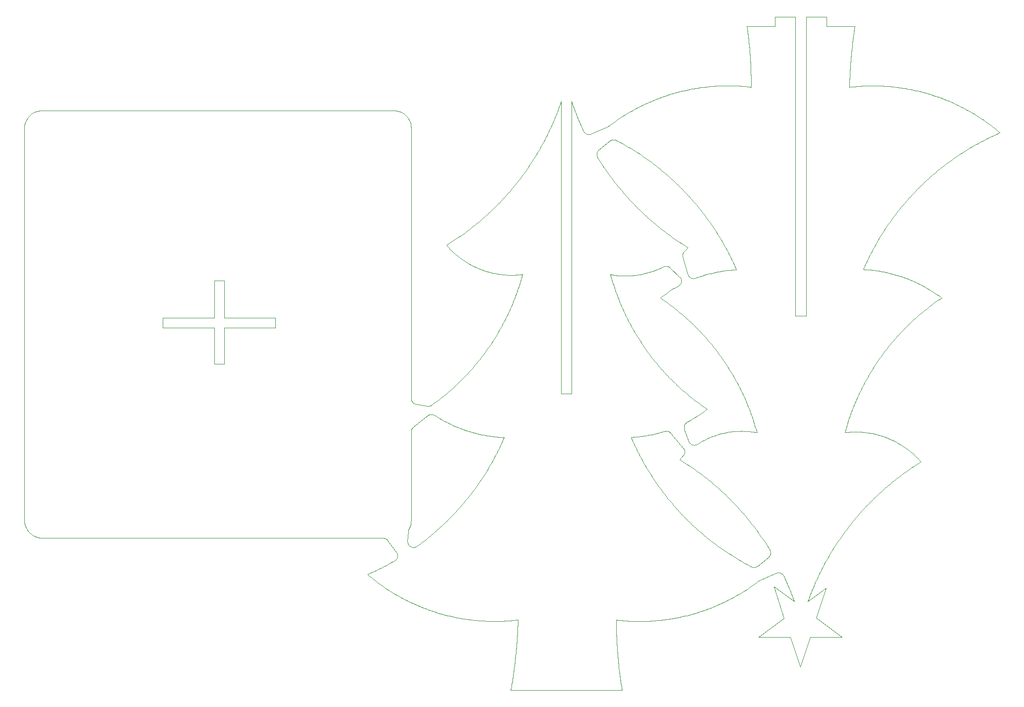
<source format=gko>
%MOIN*%
%OFA0B0*%
%FSLAX36Y36*%
%IPPOS*%
%LPD*%
%ADD10C,0*%
D10*
X002354330Y002437007D02*
X002354330Y002437007D01*
X002011810Y002437007D01*
X002011810Y002192913D01*
X001944881Y002192913D01*
X001944881Y002437007D01*
X001598425Y002437007D01*
X001598425Y002503937D01*
X001944881Y002503937D01*
X001944881Y002751968D01*
X002011810Y002751968D01*
X002011810Y002503937D01*
X002354330Y002503937D01*
X002354330Y002437007D01*
X003305995Y000968237D02*
X003305995Y000968237D01*
X003302256Y000965851D01*
X003298272Y000963901D01*
X003294093Y000962411D01*
X003289774Y000961401D01*
X003285369Y000960884D01*
X003280933Y000960865D01*
X003276523Y000961345D01*
X003272195Y000962318D01*
X003268005Y000963772D01*
X003264004Y000965688D01*
X003260244Y000968042D01*
X003256773Y000970804D01*
X003253635Y000973939D01*
X003250869Y000977407D01*
X003248511Y000981164D01*
X003246591Y000985163D01*
X003245132Y000989352D01*
X003244154Y000993678D01*
X003243669Y000998088D01*
X003243683Y001002523D01*
X003247537Y001067198D01*
X003247599Y001068073D01*
X003247680Y001068946D01*
X003247781Y001069817D01*
X003247901Y001070685D01*
X003248041Y001071551D01*
X003248199Y001072413D01*
X003248377Y001073271D01*
X003248574Y001074126D01*
X003248790Y001074975D01*
X003249025Y001075820D01*
X003249278Y001076659D01*
X003249550Y001077493D01*
X003249841Y001078320D01*
X003250150Y001079140D01*
X003250477Y001079954D01*
X003250822Y001080760D01*
X003251185Y001081558D01*
X003251566Y001082348D01*
X003251964Y001083129D01*
X003252380Y001083901D01*
X003256019Y001090485D01*
X003261088Y001102722D01*
X003264755Y001115449D01*
X003266973Y001128507D01*
X003267716Y001141732D01*
X003267716Y001739038D01*
X003267756Y001740815D01*
X003267876Y001742588D01*
X003268077Y001744355D01*
X003268356Y001746110D01*
X003268715Y001747851D01*
X003269152Y001749574D01*
X003269666Y001751276D01*
X003270257Y001752952D01*
X003270923Y001754600D01*
X003271662Y001756217D01*
X003272473Y001757798D01*
X003273356Y001759342D01*
X003274306Y001760844D01*
X003275324Y001762301D01*
X003276407Y001763711D01*
X003277551Y001765071D01*
X003278757Y001766377D01*
X003280020Y001767628D01*
X003281338Y001768821D01*
X003282708Y001769953D01*
X003379264Y001846091D01*
X003381237Y001847549D01*
X003383296Y001848882D01*
X003385435Y001850084D01*
X003387645Y001851150D01*
X003389916Y001852076D01*
X003392241Y001852860D01*
X003394610Y001853496D01*
X003397014Y001853985D01*
X003399444Y001854322D01*
X003401890Y001854507D01*
X003404343Y001854540D01*
X003406793Y001854420D01*
X003409231Y001854148D01*
X003411648Y001853724D01*
X003414033Y001853150D01*
X003416378Y001852430D01*
X003418673Y001851564D01*
X003420910Y001850557D01*
X003423080Y001849413D01*
X003425175Y001848136D01*
X003428082Y001846236D01*
X003438741Y001839477D01*
X003449490Y001832863D01*
X003460328Y001826395D01*
X003471252Y001820075D01*
X003482261Y001813903D01*
X003493352Y001807881D01*
X003504524Y001802009D01*
X003515775Y001796289D01*
X003527101Y001790722D01*
X003538503Y001785309D01*
X003549976Y001780051D01*
X003561520Y001774949D01*
X003573132Y001770003D01*
X003584809Y001765215D01*
X003596551Y001760586D01*
X003608353Y001756116D01*
X003620216Y001751807D01*
X003632136Y001747658D01*
X003644110Y001743671D01*
X003656138Y001739847D01*
X003668216Y001736186D01*
X003680343Y001732689D01*
X003692517Y001729356D01*
X003704733Y001726189D01*
X003716992Y001723188D01*
X003729290Y001720352D01*
X003741626Y001717684D01*
X003753997Y001715183D01*
X003766400Y001712849D01*
X003778834Y001710683D01*
X003791296Y001708687D01*
X003803784Y001706859D01*
X003816296Y001705200D01*
X003828828Y001703711D01*
X003841380Y001702392D01*
X003853949Y001701243D01*
X003866532Y001700264D01*
X003879127Y001699456D01*
X003891732Y001698819D01*
X003886768Y001687416D01*
X003881723Y001676049D01*
X003876599Y001664718D01*
X003871395Y001653423D01*
X003866111Y001642165D01*
X003860748Y001630945D01*
X003855306Y001619763D01*
X003849785Y001608619D01*
X003844186Y001597515D01*
X003838509Y001586450D01*
X003832754Y001575426D01*
X003826921Y001564443D01*
X003821011Y001553501D01*
X003815024Y001542601D01*
X003808961Y001531743D01*
X003802820Y001520929D01*
X003796604Y001510157D01*
X003790312Y001499431D01*
X003783944Y001488748D01*
X003777501Y001478111D01*
X003770984Y001467520D01*
X003764392Y001456975D01*
X003757726Y001446477D01*
X003750985Y001436025D01*
X003744171Y001425622D01*
X003737285Y001415267D01*
X003730325Y001404961D01*
X003723293Y001394704D01*
X003716188Y001384497D01*
X003709012Y001374340D01*
X003701765Y001364235D01*
X003694445Y001354180D01*
X003687056Y001344177D01*
X003679596Y001334227D01*
X003672066Y001324330D01*
X003664467Y001314486D01*
X003656798Y001304696D01*
X003649061Y001294960D01*
X003641255Y001285279D01*
X003633381Y001275653D01*
X003625439Y001266083D01*
X003617430Y001256569D01*
X003609355Y001247112D01*
X003601212Y001237712D01*
X003593004Y001228370D01*
X003584729Y001219086D01*
X003576390Y001209860D01*
X003567986Y001200693D01*
X003559517Y001191587D01*
X003550985Y001182540D01*
X003542388Y001173553D01*
X003533729Y001164627D01*
X003525007Y001155762D01*
X003516222Y001146960D01*
X003507376Y001138219D01*
X003498468Y001129541D01*
X003489500Y001120926D01*
X003480470Y001112375D01*
X003471381Y001103887D01*
X003462232Y001095464D01*
X003453024Y001087105D01*
X003443757Y001078811D01*
X003434432Y001070583D01*
X003425049Y001062422D01*
X003415609Y001054326D01*
X003406112Y001046297D01*
X003396558Y001038335D01*
X003386949Y001030441D01*
X003377285Y001022615D01*
X003367565Y001014857D01*
X003357790Y001007168D01*
X003347963Y000999548D01*
X003338081Y000991998D01*
X003328146Y000984517D01*
X003318159Y000977107D01*
X003308120Y000969767D01*
X003305995Y000968237D01*
X004598147Y003795483D02*
X004598147Y003795483D01*
X004597790Y003795216D01*
X004597429Y003794954D01*
X004597066Y003794695D01*
X004596699Y003794441D01*
X004596330Y003794191D01*
X004595958Y003793945D01*
X004595583Y003793704D01*
X004595205Y003793466D01*
X004594825Y003793233D01*
X004594442Y003793005D01*
X004594057Y003792780D01*
X004593669Y003792560D01*
X004593279Y003792345D01*
X004592886Y003792134D01*
X004592491Y003791927D01*
X004592093Y003791725D01*
X004591694Y003791527D01*
X004591292Y003791334D01*
X004590887Y003791145D01*
X004590481Y003790961D01*
X004476654Y003740182D01*
X004473821Y003739048D01*
X004470910Y003738136D01*
X004467936Y003737453D01*
X004464919Y003737002D01*
X004461875Y003736787D01*
X004458825Y003736807D01*
X004455784Y003737064D01*
X004452773Y003737555D01*
X004449809Y003738278D01*
X004446910Y003739228D01*
X004444093Y003740400D01*
X004441376Y003741787D01*
X004438774Y003743380D01*
X004436303Y003745169D01*
X004433978Y003747145D01*
X004431813Y003749294D01*
X004429821Y003751605D01*
X004428014Y003754063D01*
X004426402Y003756654D01*
X004424996Y003759362D01*
X004422789Y003764049D01*
X004417559Y003775351D01*
X004412406Y003786689D01*
X004407330Y003798062D01*
X004402331Y003809469D01*
X004397410Y003820909D01*
X004392567Y003832383D01*
X004387801Y003843889D01*
X004383114Y003855428D01*
X004378506Y003866998D01*
X004373976Y003878599D01*
X004369525Y003890230D01*
X004365153Y003901892D01*
X004360861Y003913583D01*
X004356648Y003925302D01*
X004352514Y003937051D01*
X004348461Y003948826D01*
X004344488Y003960628D01*
X004344488Y003960629D01*
X004344487Y003960629D01*
X004344488Y003960628D01*
X004346456Y001992125D01*
X004275590Y001992125D01*
X004275590Y003960629D01*
X004275590Y003960630D01*
X004271598Y003948901D01*
X004267525Y003937201D01*
X004263373Y003925528D01*
X004259141Y003913885D01*
X004254830Y003902270D01*
X004250440Y003890685D01*
X004245971Y003879129D01*
X004241423Y003867605D01*
X004236796Y003856113D01*
X004232091Y003844652D01*
X004227309Y003833223D01*
X004222448Y003821827D01*
X004217510Y003810465D01*
X004212493Y003799137D01*
X004207401Y003787843D01*
X004202230Y003776584D01*
X004196983Y003765361D01*
X004191660Y003754174D01*
X004186261Y003743024D01*
X004180786Y003731910D01*
X004175234Y003720834D01*
X004169608Y003709797D01*
X004163906Y003698798D01*
X004158129Y003687838D01*
X004152278Y003676918D01*
X004146353Y003666038D01*
X004140352Y003655198D01*
X004134279Y003644400D01*
X004128132Y003633644D01*
X004121911Y003622930D01*
X004115618Y003612258D01*
X004109251Y003601630D01*
X004102813Y003591045D01*
X004096303Y003580505D01*
X004089720Y003570009D01*
X004083066Y003559559D01*
X004076341Y003549154D01*
X004069545Y003538795D01*
X004062679Y003528483D01*
X004055742Y003518218D01*
X004048735Y003508000D01*
X004041659Y003497831D01*
X004034513Y003487710D01*
X004027299Y003477638D01*
X004020016Y003467616D01*
X004012665Y003457643D01*
X004005247Y003447721D01*
X003997760Y003437850D01*
X003990206Y003428030D01*
X003982585Y003418262D01*
X003974898Y003408546D01*
X003967145Y003398883D01*
X003959326Y003389273D01*
X003951442Y003379716D01*
X003943492Y003370214D01*
X003935478Y003360766D01*
X003927400Y003351373D01*
X003919258Y003342035D01*
X003911052Y003332753D01*
X003902783Y003323528D01*
X003894452Y003314359D01*
X003886057Y003305247D01*
X003877601Y003296192D01*
X003869084Y003287196D01*
X003860505Y003278258D01*
X003851865Y003269378D01*
X003843165Y003260558D01*
X003834405Y003251797D01*
X003825585Y003243096D01*
X003816707Y003234456D01*
X003807769Y003225877D01*
X003798773Y003217358D01*
X003789719Y003208902D01*
X003780608Y003200507D01*
X003771439Y003192174D01*
X003762214Y003183905D01*
X003752933Y003175698D01*
X003743596Y003167555D01*
X003734203Y003159476D01*
X003724756Y003151462D01*
X003715254Y003143512D01*
X003705698Y003135627D01*
X003696089Y003127807D01*
X003686426Y003120053D01*
X003676711Y003112365D01*
X003666943Y003104744D01*
X003657124Y003097190D01*
X003647253Y003089702D01*
X003637332Y003082283D01*
X003627360Y003074931D01*
X003617338Y003067647D01*
X003607267Y003060432D01*
X003597146Y003053286D01*
X003586977Y003046209D01*
X003576761Y003039202D01*
X003566496Y003032265D01*
X003556185Y003025397D01*
X003545826Y003018601D01*
X003535422Y003011875D01*
X003524971Y003005220D01*
X003514476Y002998637D01*
X003503937Y002992126D01*
X003512161Y002982831D01*
X003520582Y002973713D01*
X003529194Y002964777D01*
X003537995Y002956026D01*
X003546981Y002947464D01*
X003556146Y002939096D01*
X003565489Y002930925D01*
X003575002Y002922954D01*
X003584684Y002915188D01*
X003594529Y002907631D01*
X003604532Y002900284D01*
X003614690Y002893153D01*
X003624997Y002886239D01*
X003635449Y002879546D01*
X003646041Y002873077D01*
X003656769Y002866836D01*
X003667628Y002860825D01*
X003678611Y002855046D01*
X003689716Y002849502D01*
X003700935Y002844196D01*
X003712266Y002839131D01*
X003723702Y002834307D01*
X003735237Y002829729D01*
X003746868Y002825397D01*
X003758589Y002821314D01*
X003770393Y002817482D01*
X003782277Y002813901D01*
X003794234Y002810575D01*
X003806260Y002807504D01*
X003818347Y002804690D01*
X003830493Y002802134D01*
X003842690Y002799838D01*
X003854933Y002797802D01*
X003867216Y002796027D01*
X003879535Y002794513D01*
X003891883Y002793263D01*
X003904256Y002792276D01*
X003916645Y002791553D01*
X003929048Y002791094D01*
X003941458Y002790899D01*
X003953869Y002790968D01*
X003966276Y002791302D01*
X003978673Y002791900D01*
X003991054Y002792762D01*
X004003414Y002793887D01*
X004015748Y002795275D01*
X004012458Y002783346D01*
X004009076Y002771442D01*
X004005602Y002759565D01*
X004002036Y002747715D01*
X003998378Y002735894D01*
X003994629Y002724101D01*
X003990787Y002712337D01*
X003986855Y002700604D01*
X003982832Y002688902D01*
X003978717Y002677231D01*
X003974513Y002665592D01*
X003970219Y002653987D01*
X003965834Y002642415D01*
X003961359Y002630878D01*
X003956795Y002619375D01*
X003952142Y002607909D01*
X003947400Y002596479D01*
X003942570Y002585086D01*
X003937651Y002573731D01*
X003932644Y002562415D01*
X003927549Y002551137D01*
X003922367Y002539900D01*
X003917098Y002528703D01*
X003911742Y002517547D01*
X003906299Y002506434D01*
X003900771Y002495362D01*
X003895157Y002484335D01*
X003889458Y002473351D01*
X003883672Y002462412D01*
X003877803Y002451518D01*
X003871849Y002440669D01*
X003865811Y002429868D01*
X003859689Y002419113D01*
X003853484Y002408407D01*
X003847196Y002397749D01*
X003840825Y002387140D01*
X003834373Y002376581D01*
X003827839Y002366072D01*
X003821222Y002355614D01*
X003814526Y002345208D01*
X003807748Y002334855D01*
X003800891Y002324554D01*
X003793953Y002314307D01*
X003786936Y002304114D01*
X003779840Y002293976D01*
X003772666Y002283893D01*
X003765414Y002273866D01*
X003758084Y002263896D01*
X003750677Y002253982D01*
X003743193Y002244127D01*
X003735633Y002234330D01*
X003727997Y002224593D01*
X003720286Y002214915D01*
X003712500Y002205297D01*
X003704639Y002195739D01*
X003696704Y002186243D01*
X003688696Y002176809D01*
X003680615Y002167438D01*
X003672461Y002158129D01*
X003664235Y002148884D01*
X003655938Y002139703D01*
X003647570Y002130587D01*
X003639131Y002121536D01*
X003630622Y002112551D01*
X003622044Y002103632D01*
X003613397Y002094780D01*
X003604681Y002085996D01*
X003595897Y002077279D01*
X003587046Y002068631D01*
X003578128Y002060051D01*
X003569144Y002051542D01*
X003560094Y002043102D01*
X003550978Y002034733D01*
X003541798Y002026435D01*
X003532554Y002018209D01*
X003523246Y002010054D01*
X003513875Y002001972D01*
X003504442Y001993963D01*
X003494947Y001986027D01*
X003485390Y001978166D01*
X003475773Y001970379D01*
X003466095Y001962666D01*
X003456358Y001955029D01*
X003446562Y001947469D01*
X003436707Y001939984D01*
X003426795Y001932576D01*
X003416826Y001925245D01*
X003406800Y001917992D01*
X003404879Y001916625D01*
X003403593Y001915747D01*
X003402273Y001914921D01*
X003400922Y001914148D01*
X003399541Y001913429D01*
X003398133Y001912765D01*
X003396700Y001912158D01*
X003395244Y001911607D01*
X003393767Y001911115D01*
X003392272Y001910681D01*
X003390761Y001910306D01*
X003389237Y001909992D01*
X003387701Y001909738D01*
X003386156Y001909545D01*
X003384605Y001909414D01*
X003383050Y001909343D01*
X003381493Y001909335D01*
X003379937Y001909387D01*
X003378385Y001909502D01*
X003376838Y001909677D01*
X003375299Y001909914D01*
X003300335Y001922962D01*
X003297642Y001923528D01*
X003294994Y001924281D01*
X003292406Y001925218D01*
X003289890Y001926333D01*
X003287457Y001927621D01*
X003285121Y001929075D01*
X003282892Y001930690D01*
X003280781Y001932456D01*
X003278799Y001934366D01*
X003276955Y001936409D01*
X003275258Y001938576D01*
X003273717Y001940856D01*
X003272339Y001943239D01*
X003271130Y001945712D01*
X003270098Y001948263D01*
X003269246Y001950880D01*
X003268579Y001953550D01*
X003268100Y001956261D01*
X003267812Y001958998D01*
X003267716Y001961749D01*
X003267716Y003779527D01*
X003266973Y003792751D01*
X003264755Y003805809D01*
X003261088Y003818537D01*
X003256019Y003830773D01*
X003249612Y003842365D01*
X003241948Y003853167D01*
X003233122Y003863044D01*
X003223246Y003871869D01*
X003212444Y003879533D01*
X003200852Y003885940D01*
X003188615Y003891009D01*
X003175888Y003894676D01*
X003162830Y003896894D01*
X003149606Y003897637D01*
X000787401Y003897637D01*
X000774177Y003896894D01*
X000761119Y003894676D01*
X000748392Y003891009D01*
X000736155Y003885940D01*
X000724562Y003879533D01*
X000713761Y003871869D01*
X000703884Y003863044D01*
X000695059Y003853167D01*
X000687394Y003842365D01*
X000680987Y003830773D01*
X000675919Y003818537D01*
X000672252Y003805809D01*
X000670033Y003792751D01*
X000669291Y003779527D01*
X000669291Y001141732D01*
X000670033Y001128507D01*
X000672252Y001115449D01*
X000675919Y001102722D01*
X000680987Y001090485D01*
X000687394Y001078893D01*
X000695059Y001068091D01*
X000703884Y001058215D01*
X000713761Y001049389D01*
X000724562Y001041725D01*
X000736155Y001035318D01*
X000748392Y001030250D01*
X000761119Y001026583D01*
X000774177Y001024364D01*
X000787401Y001023622D01*
X003077620Y001023622D01*
X003079460Y001023579D01*
X003081296Y001023450D01*
X003083124Y001023235D01*
X003084940Y001022935D01*
X003086740Y001022551D01*
X003088520Y001022083D01*
X003090276Y001021532D01*
X003092005Y001020900D01*
X003093702Y001020187D01*
X003095364Y001019397D01*
X003096987Y001018529D01*
X003098568Y001017586D01*
X003100103Y001016571D01*
X003101589Y001015485D01*
X003103022Y001014330D01*
X003104400Y001013110D01*
X003105720Y001011827D01*
X003106978Y001010484D01*
X003108172Y001009083D01*
X003109299Y001007628D01*
X003167840Y000928297D01*
X003169691Y000925556D01*
X003171305Y000922668D01*
X003172670Y000919655D01*
X003173778Y000916538D01*
X003174621Y000913339D01*
X003175192Y000910081D01*
X003175487Y000906786D01*
X003175505Y000903478D01*
X003175245Y000900180D01*
X003174709Y000896915D01*
X003173901Y000893708D01*
X003172826Y000890579D01*
X003171493Y000887552D01*
X003169910Y000884647D01*
X003168089Y000881885D01*
X003166042Y000879286D01*
X003163785Y000876868D01*
X003161332Y000874648D01*
X003158702Y000872642D01*
X003155912Y000870863D01*
X003155912Y000870863D01*
X003151637Y000868384D01*
X003140836Y000862221D01*
X003129991Y000856135D01*
X003119103Y000850126D01*
X003108173Y000844192D01*
X003097202Y000838337D01*
X003086190Y000832559D01*
X003075137Y000826858D01*
X003064045Y000821236D01*
X003052913Y000815692D01*
X003041742Y000810227D01*
X003030533Y000804841D01*
X003019286Y000799533D01*
X003008002Y000794306D01*
X002996682Y000789158D01*
X002985325Y000784090D01*
X002973933Y000779102D01*
X002983471Y000771016D01*
X002993086Y000763022D01*
X003002777Y000755120D01*
X003012542Y000747310D01*
X003022381Y000739595D01*
X003032293Y000731973D01*
X003042278Y000724445D01*
X003052334Y000717014D01*
X003062460Y000709678D01*
X003072655Y000702439D01*
X003082919Y000695297D01*
X003093251Y000688255D01*
X003103649Y000681310D01*
X003114113Y000674465D01*
X003124641Y000667720D01*
X003135234Y000661075D01*
X003145889Y000654532D01*
X003156606Y000648090D01*
X003167384Y000641751D01*
X003178222Y000635515D01*
X003189118Y000629382D01*
X003200073Y000623353D01*
X003211085Y000617429D01*
X003222152Y000611611D01*
X003233275Y000605897D01*
X003244451Y000600290D01*
X003255681Y000594790D01*
X003266962Y000589398D01*
X003278294Y000584112D01*
X003289675Y000578935D01*
X003301106Y000573867D01*
X003312585Y000568907D01*
X003324110Y000564058D01*
X003335681Y000559318D01*
X003347296Y000554689D01*
X003358955Y000550170D01*
X003370657Y000545763D01*
X003382400Y000541468D01*
X003394183Y000537285D01*
X003406006Y000533214D01*
X003417867Y000529256D01*
X003429765Y000525411D01*
X003441699Y000521679D01*
X003453668Y000518062D01*
X003465671Y000514558D01*
X003477707Y000511170D01*
X003489775Y000507896D01*
X003501874Y000504737D01*
X003514002Y000501693D01*
X003526158Y000498765D01*
X003538342Y000495953D01*
X003550552Y000493257D01*
X003562786Y000490678D01*
X003575045Y000488215D01*
X003587328Y000485870D01*
X003599631Y000483641D01*
X003611956Y000481530D01*
X003624300Y000479536D01*
X003636662Y000477660D01*
X003649042Y000475902D01*
X003661438Y000474261D01*
X003673848Y000472739D01*
X003686274Y000471335D01*
X003698711Y000470050D01*
X003711160Y000468883D01*
X003723620Y000467835D01*
X003736090Y000466906D01*
X003748568Y000466095D01*
X003761052Y000465403D01*
X003773543Y000464830D01*
X003786039Y000464376D01*
X003798538Y000464042D01*
X003811040Y000463826D01*
X003823544Y000463729D01*
X003836048Y000463752D01*
X003848551Y000463894D01*
X003861052Y000464155D01*
X003873551Y000464535D01*
X003886044Y000465034D01*
X003898534Y000465652D01*
X003911015Y000466389D01*
X003923490Y000467244D01*
X003935956Y000468219D01*
X003948412Y000469312D01*
X003960857Y000470524D01*
X003973290Y000471855D01*
X003985710Y000473303D01*
X003985257Y000460781D01*
X003984760Y000448260D01*
X003984217Y000435741D01*
X003983630Y000423224D01*
X003982997Y000410709D01*
X003982319Y000398196D01*
X003981597Y000385686D01*
X003980830Y000373179D01*
X003980018Y000360674D01*
X003979161Y000348173D01*
X003978260Y000335675D01*
X003977312Y000323179D01*
X003976321Y000310688D01*
X003975285Y000298200D01*
X003974203Y000285716D01*
X003973078Y000273236D01*
X003971907Y000260760D01*
X003970691Y000248288D01*
X003969431Y000235821D01*
X003968126Y000223358D01*
X003966776Y000210900D01*
X003965382Y000198447D01*
X003963943Y000186000D01*
X003962459Y000173557D01*
X003960931Y000161120D01*
X003959357Y000148688D01*
X003957740Y000136262D01*
X003956077Y000123842D01*
X003954371Y000111427D01*
X003952619Y000099019D01*
X003950823Y000086618D01*
X003948983Y000074223D01*
X003947098Y000061835D01*
X003945169Y000049454D01*
X003943195Y000037080D01*
X003941177Y000024712D01*
X003939114Y000012353D01*
X003937007Y000000000D01*
X004685039Y000000000D01*
X004682945Y000012315D01*
X004680908Y000024639D01*
X004678927Y000036973D01*
X004677003Y000049315D01*
X004675137Y000061667D01*
X004673327Y000074027D01*
X004671574Y000086395D01*
X004669879Y000098771D01*
X004668240Y000111155D01*
X004666659Y000123546D01*
X004665135Y000135944D01*
X004663668Y000148350D01*
X004662258Y000160762D01*
X004660905Y000173180D01*
X004659610Y000185604D01*
X004658371Y000198035D01*
X004657191Y000210470D01*
X004656067Y000222911D01*
X004655001Y000235357D01*
X004653993Y000247809D01*
X004653041Y000260264D01*
X004652148Y000272724D01*
X004651311Y000285187D01*
X004650532Y000297655D01*
X004649811Y000310125D01*
X004649146Y000322599D01*
X004648540Y000335077D01*
X004647992Y000347556D01*
X004647500Y000360038D01*
X004647067Y000372522D01*
X004646690Y000385008D01*
X004646372Y000397496D01*
X004646110Y000409985D01*
X004645907Y000422475D01*
X004645761Y000434966D01*
X004645673Y000447457D01*
X004645642Y000459949D01*
X004645669Y000472440D01*
X004645669Y000472441D01*
X004658094Y000471021D01*
X004670533Y000469718D01*
X004682984Y000468534D01*
X004695445Y000467468D01*
X004707916Y000466521D01*
X004720395Y000465692D01*
X004732882Y000464982D01*
X004745374Y000464390D01*
X004757872Y000463917D01*
X004770374Y000463562D01*
X004782878Y000463327D01*
X004795385Y000463210D01*
X004807891Y000463212D01*
X004820398Y000463334D01*
X004832902Y000463574D01*
X004845403Y000463932D01*
X004857901Y000464409D01*
X004870394Y000465005D01*
X004882880Y000465720D01*
X004895359Y000466553D01*
X004907829Y000467505D01*
X004920290Y000468575D01*
X004932741Y000469763D01*
X004945178Y000471070D01*
X004957604Y000472495D01*
X004970015Y000474038D01*
X004982411Y000475698D01*
X004994791Y000477476D01*
X005007153Y000479372D01*
X005019497Y000481385D01*
X005031821Y000483516D01*
X005044124Y000485763D01*
X005056405Y000488127D01*
X005068663Y000490608D01*
X005080898Y000493205D01*
X005093106Y000495918D01*
X005105289Y000498747D01*
X005117444Y000501691D01*
X005129571Y000504751D01*
X005141668Y000507926D01*
X005153735Y000511216D01*
X005165769Y000514620D01*
X005177770Y000518138D01*
X005189738Y000521770D01*
X005201671Y000525516D01*
X005213567Y000529375D01*
X005225426Y000533347D01*
X005237248Y000537431D01*
X005249030Y000541627D01*
X005260771Y000545935D01*
X005272471Y000550355D01*
X005284128Y000554885D01*
X005295742Y000559526D01*
X005307311Y000564277D01*
X005318834Y000569138D01*
X005330311Y000574108D01*
X005341741Y000579187D01*
X005353121Y000584374D01*
X005364451Y000589669D01*
X005375732Y000595071D01*
X005386959Y000600581D01*
X005398134Y000606196D01*
X005409255Y000611918D01*
X005420322Y000617745D01*
X005431332Y000623677D01*
X005442286Y000629713D01*
X005453182Y000635853D01*
X005464019Y000642096D01*
X005474797Y000648442D01*
X005485513Y000654890D01*
X005496167Y000661440D01*
X005506760Y000668090D01*
X005517287Y000674841D01*
X005527752Y000681691D01*
X005538149Y000688640D01*
X005548481Y000695689D01*
X005558746Y000702835D01*
X005568941Y000710077D01*
X005579068Y000717417D01*
X005589125Y000724852D01*
X005598702Y000732075D01*
X005599065Y000732346D01*
X005599430Y000732611D01*
X005599799Y000732873D01*
X005600170Y000733131D01*
X005600545Y000733384D01*
X005600922Y000733633D01*
X005601303Y000733877D01*
X005601686Y000734117D01*
X005602071Y000734353D01*
X005602460Y000734584D01*
X005602851Y000734811D01*
X005603244Y000735033D01*
X005603640Y000735251D01*
X005604039Y000735464D01*
X005604440Y000735673D01*
X005604844Y000735877D01*
X005605249Y000736076D01*
X005605657Y000736271D01*
X005606067Y000736461D01*
X005606480Y000736646D01*
X005719832Y000786792D01*
X005722668Y000787918D01*
X005725582Y000788820D01*
X005728557Y000789494D01*
X005731576Y000789935D01*
X005734619Y000790142D01*
X005737670Y000790112D01*
X005740709Y000789846D01*
X005743718Y000789345D01*
X005746680Y000788614D01*
X005749576Y000787654D01*
X005752389Y000786474D01*
X005755102Y000785079D01*
X005757699Y000783479D01*
X005760164Y000781682D01*
X005762483Y000779700D01*
X005764641Y000777544D01*
X005766626Y000775227D01*
X005768426Y000772764D01*
X005770030Y000770169D01*
X005771427Y000767457D01*
X005771427Y000767457D01*
X005774750Y000760347D01*
X005779960Y000748997D01*
X005785093Y000737611D01*
X005790148Y000726191D01*
X005795125Y000714736D01*
X005800023Y000703248D01*
X005804844Y000691726D01*
X005809585Y000680172D01*
X005814247Y000668586D01*
X005818830Y000656968D01*
X005823334Y000645319D01*
X005827758Y000633640D01*
X005832103Y000621931D01*
X005836367Y000610192D01*
X005840551Y000598425D01*
X005706692Y000696850D01*
X005773621Y000484251D01*
X005602362Y000358267D01*
X005814960Y000356299D01*
X005881889Y000155511D01*
X005948819Y000356299D01*
X006161417Y000356299D01*
X005990157Y000486220D01*
X006055118Y000687007D01*
X005933070Y000598425D01*
X005937276Y000610114D01*
X005941561Y000621774D01*
X005945927Y000633405D01*
X005950372Y000645005D01*
X005954896Y000656574D01*
X005959500Y000668113D01*
X005964183Y000679619D01*
X005968944Y000691093D01*
X005973784Y000702535D01*
X005978702Y000713942D01*
X005983699Y000725316D01*
X005988773Y000736655D01*
X005993926Y000747959D01*
X005999155Y000759227D01*
X006004462Y000770460D01*
X006009845Y000781655D01*
X006015305Y000792814D01*
X006020842Y000803935D01*
X006026454Y000815018D01*
X006032143Y000826061D01*
X006037907Y000837066D01*
X006043746Y000848031D01*
X006049661Y000858955D01*
X006055651Y000869839D01*
X006061714Y000880681D01*
X006067852Y000891482D01*
X006074064Y000902240D01*
X006080349Y000912955D01*
X006086708Y000923628D01*
X006093140Y000934255D01*
X006099645Y000944839D01*
X006106221Y000955378D01*
X006112871Y000965872D01*
X006119592Y000976319D01*
X006126384Y000986721D01*
X006133248Y000997075D01*
X006140182Y001007383D01*
X006147187Y001017642D01*
X006154263Y001027853D01*
X006161407Y001038016D01*
X006168622Y001048129D01*
X006175905Y001058192D01*
X006183258Y001068205D01*
X006190679Y001078168D01*
X006198168Y001088079D01*
X006205726Y001097939D01*
X006213350Y001107747D01*
X006221041Y001117503D01*
X006228799Y001127205D01*
X006236624Y001136854D01*
X006244515Y001146449D01*
X006252471Y001155990D01*
X006260492Y001165476D01*
X006268578Y001174907D01*
X006276729Y001184281D01*
X006284944Y001193600D01*
X006293222Y001202863D01*
X006301565Y001212068D01*
X006309969Y001221216D01*
X006318436Y001230306D01*
X006326966Y001239338D01*
X006335557Y001248311D01*
X006344210Y001257225D01*
X006352923Y001266080D01*
X006361697Y001274874D01*
X006370531Y001283608D01*
X006379425Y001292282D01*
X006388378Y001300894D01*
X006397390Y001309444D01*
X006406460Y001317933D01*
X006415589Y001326359D01*
X006424774Y001334722D01*
X006434017Y001343023D01*
X006443317Y001351259D01*
X006452673Y001359432D01*
X006462085Y001367540D01*
X006471552Y001375584D01*
X006481074Y001383562D01*
X006490651Y001391475D01*
X006500281Y001399322D01*
X006509965Y001407103D01*
X006519703Y001414817D01*
X006529493Y001422465D01*
X006539335Y001430045D01*
X006549229Y001437557D01*
X006559174Y001445001D01*
X006569170Y001452377D01*
X006579216Y001459685D01*
X006589313Y001466923D01*
X006599459Y001474091D01*
X006609653Y001481190D01*
X006619896Y001488219D01*
X006630187Y001495178D01*
X006640525Y001502066D01*
X006650911Y001508882D01*
X006661343Y001515628D01*
X006671821Y001522301D01*
X006682344Y001528903D01*
X006692913Y001535432D01*
X006692913Y001535432D01*
X006684688Y001544727D01*
X006676268Y001553845D01*
X006667655Y001562781D01*
X006658854Y001571533D01*
X006649869Y001580094D01*
X006640703Y001588462D01*
X006631361Y001596633D01*
X006621847Y001604604D01*
X006612166Y001612370D01*
X006602321Y001619928D01*
X006592318Y001627274D01*
X006582160Y001634405D01*
X006571853Y001641319D01*
X006561400Y001648012D01*
X006550808Y001654481D01*
X006540080Y001660722D01*
X006529222Y001666733D01*
X006518238Y001672512D01*
X006507134Y001678056D01*
X006495914Y001683362D01*
X006484583Y001688427D01*
X006473148Y001693251D01*
X006461612Y001697829D01*
X006449981Y001702161D01*
X006438261Y001706244D01*
X006426456Y001710076D01*
X006414572Y001713657D01*
X006402615Y001716983D01*
X006390590Y001720054D01*
X006378502Y001722868D01*
X006366356Y001725424D01*
X006354160Y001727720D01*
X006341916Y001729757D01*
X006329633Y001731531D01*
X006317314Y001733045D01*
X006304966Y001734295D01*
X006292594Y001735282D01*
X006280204Y001736005D01*
X006267801Y001736464D01*
X006255392Y001736659D01*
X006242980Y001736590D01*
X006230573Y001736256D01*
X006218177Y001735658D01*
X006205795Y001734796D01*
X006193435Y001733671D01*
X006181102Y001732283D01*
X006184392Y001744212D01*
X006187773Y001756116D01*
X006191247Y001767993D01*
X006194813Y001779843D01*
X006198471Y001791664D01*
X006202221Y001803457D01*
X006206062Y001815221D01*
X006209994Y001826954D01*
X006214018Y001838656D01*
X006218132Y001850327D01*
X006222336Y001861966D01*
X006226631Y001873571D01*
X006231016Y001885143D01*
X006235490Y001896680D01*
X006240054Y001908183D01*
X006244708Y001919649D01*
X006249449Y001931079D01*
X006254280Y001942472D01*
X006259199Y001953827D01*
X006264206Y001965143D01*
X006269300Y001976421D01*
X006274483Y001987658D01*
X006279752Y001998855D01*
X006285107Y002010011D01*
X006290550Y002021124D01*
X006296078Y002032196D01*
X006301693Y002043223D01*
X006307392Y002054207D01*
X006313177Y002065146D01*
X006319047Y002076040D01*
X006325001Y002086889D01*
X006331039Y002097690D01*
X006337160Y002108445D01*
X006343365Y002119152D01*
X006349654Y002129809D01*
X006356024Y002140418D01*
X006362477Y002150978D01*
X006369011Y002161486D01*
X006375627Y002171944D01*
X006382324Y002182350D01*
X006389101Y002192703D01*
X006395959Y002203004D01*
X006402896Y002213251D01*
X006409913Y002223444D01*
X006417009Y002233583D01*
X006424183Y002243665D01*
X006431435Y002253692D01*
X006438765Y002263662D01*
X006446172Y002273576D01*
X006453656Y002283431D01*
X006461216Y002293228D01*
X006468852Y002302965D01*
X006476564Y002312643D01*
X006484350Y002322261D01*
X006492211Y002331819D01*
X006500145Y002341315D01*
X006508154Y002350749D01*
X006516234Y002360120D01*
X006524389Y002369429D01*
X006532614Y002378674D01*
X006540911Y002387855D01*
X006549279Y002396971D01*
X006557719Y002406022D01*
X006566227Y002415007D01*
X006574805Y002423926D01*
X006583453Y002432778D01*
X006592169Y002441563D01*
X006600952Y002450279D01*
X006609804Y002458928D01*
X006618721Y002467507D01*
X006627706Y002476016D01*
X006636756Y002484456D01*
X006645871Y002492825D01*
X006655051Y002501123D01*
X006664295Y002509349D01*
X006673603Y002517504D01*
X006682974Y002525586D01*
X006692408Y002533595D01*
X006701903Y002541531D01*
X006711459Y002549392D01*
X006721077Y002557179D01*
X006730754Y002564892D01*
X006740491Y002572529D01*
X006750287Y002580090D01*
X006760142Y002587574D01*
X006770054Y002594982D01*
X006780023Y002602313D01*
X006790050Y002609566D01*
X006800132Y002616742D01*
X006810269Y002623838D01*
X006820462Y002630856D01*
X006830708Y002637795D01*
X006820634Y002645397D01*
X006810457Y002652861D01*
X006800180Y002660187D01*
X006789805Y002667374D01*
X006779333Y002674419D01*
X006768767Y002681322D01*
X006758108Y002688081D01*
X006747359Y002694695D01*
X006736521Y002701163D01*
X006725598Y002707483D01*
X006714588Y002713655D01*
X006703497Y002719677D01*
X006692325Y002725549D01*
X006681075Y002731269D01*
X006669748Y002736836D01*
X006658347Y002742249D01*
X006646873Y002747507D01*
X006635329Y002752609D01*
X006623718Y002757555D01*
X006612040Y002762343D01*
X006600299Y002766972D01*
X006588496Y002771442D01*
X006576633Y002775751D01*
X006564714Y002779900D01*
X006552739Y002783887D01*
X006540711Y002787711D01*
X006528633Y002791372D01*
X006516506Y002794869D01*
X006504333Y002798202D01*
X006492116Y002801369D01*
X006479857Y002804370D01*
X006467559Y002807206D01*
X006455223Y002809874D01*
X006442853Y002812375D01*
X006430449Y002814709D01*
X006418015Y002816875D01*
X006405554Y002818871D01*
X006393066Y002820699D01*
X006380554Y002822358D01*
X006368021Y002823847D01*
X006355469Y002825166D01*
X006342901Y002826315D01*
X006330318Y002827294D01*
X006317723Y002828102D01*
X006305117Y002828739D01*
X006310082Y002840142D01*
X006315126Y002851509D01*
X006320251Y002862840D01*
X006325455Y002874135D01*
X006330738Y002885393D01*
X006336102Y002896613D01*
X006341543Y002907795D01*
X006347064Y002918939D01*
X006352663Y002930043D01*
X006358340Y002941108D01*
X006364095Y002952132D01*
X006369928Y002963115D01*
X006375838Y002974057D01*
X006381825Y002984957D01*
X006387889Y002995815D01*
X006394029Y003006629D01*
X006400246Y003017401D01*
X006406538Y003028128D01*
X006412905Y003038810D01*
X006419348Y003049447D01*
X006425865Y003060038D01*
X006432457Y003070583D01*
X006439124Y003081082D01*
X006445864Y003091533D01*
X006452678Y003101936D01*
X006459565Y003112291D01*
X006466524Y003122597D01*
X006473557Y003132854D01*
X006480661Y003143061D01*
X006487837Y003153218D01*
X006495085Y003163323D01*
X006502404Y003173378D01*
X006509793Y003183381D01*
X006517253Y003193331D01*
X006524783Y003203228D01*
X006532382Y003213072D01*
X006540051Y003222862D01*
X006547789Y003232598D01*
X006555594Y003242280D01*
X006563468Y003251905D01*
X006571410Y003261475D01*
X006579419Y003270989D01*
X006587495Y003280446D01*
X006595637Y003289846D01*
X006603846Y003299188D01*
X006612120Y003308472D01*
X006620459Y003317698D01*
X006628864Y003326865D01*
X006637332Y003335971D01*
X006645865Y003345018D01*
X006654461Y003354005D01*
X006663120Y003362931D01*
X006671843Y003371796D01*
X006680627Y003380598D01*
X006689474Y003389339D01*
X006698381Y003398017D01*
X006707350Y003406632D01*
X006716379Y003415183D01*
X006725468Y003423671D01*
X006734617Y003432094D01*
X006743826Y003440453D01*
X006753092Y003448747D01*
X006762417Y003456975D01*
X006771800Y003465137D01*
X006781241Y003473232D01*
X006790737Y003481261D01*
X006800291Y003489223D01*
X006809900Y003497117D01*
X006819565Y003504943D01*
X006829284Y003512701D01*
X006839059Y003520390D01*
X006848887Y003528010D01*
X006858768Y003535560D01*
X006868703Y003543041D01*
X006878690Y003550451D01*
X006888729Y003557791D01*
X006898820Y003565060D01*
X006908962Y003572257D01*
X006919154Y003579383D01*
X006929396Y003586436D01*
X006939688Y003593418D01*
X006950028Y003600326D01*
X006960417Y003607162D01*
X006970855Y003613924D01*
X006981339Y003620612D01*
X006991870Y003627226D01*
X007002448Y003633766D01*
X007013071Y003640231D01*
X007023741Y003646620D01*
X007034454Y003652935D01*
X007045212Y003659174D01*
X007056014Y003665337D01*
X007066859Y003671423D01*
X007077746Y003677433D01*
X007088676Y003683366D01*
X007099647Y003689221D01*
X007110659Y003694999D01*
X007121712Y003700700D01*
X007132805Y003706322D01*
X007143937Y003711866D01*
X007155107Y003717331D01*
X007166317Y003722718D01*
X007177563Y003728025D01*
X007188847Y003733252D01*
X007200168Y003738400D01*
X007211524Y003743468D01*
X007222916Y003748456D01*
X007213378Y003756542D01*
X007203763Y003764536D01*
X007194073Y003772438D01*
X007184308Y003780248D01*
X007174468Y003787964D01*
X007164556Y003795585D01*
X007154571Y003803113D01*
X007144516Y003810544D01*
X007134390Y003817880D01*
X007124194Y003825119D01*
X007113930Y003832261D01*
X007103599Y003839303D01*
X007093201Y003846248D01*
X007082736Y003853093D01*
X007072208Y003859838D01*
X007061616Y003866483D01*
X007050961Y003873026D01*
X007040243Y003879468D01*
X007029466Y003885807D01*
X007018627Y003892044D01*
X007007731Y003898176D01*
X006996776Y003904205D01*
X006985764Y003910129D01*
X006974697Y003915948D01*
X006963575Y003921661D01*
X006952398Y003927268D01*
X006941169Y003932768D01*
X006929888Y003938160D01*
X006918556Y003943446D01*
X006907174Y003948623D01*
X006895743Y003953691D01*
X006884265Y003958651D01*
X006872740Y003963500D01*
X006861169Y003968240D01*
X006849553Y003972869D01*
X006837894Y003977388D01*
X006826193Y003981795D01*
X006814449Y003986090D01*
X006802666Y003990273D01*
X006790844Y003994344D01*
X006778983Y003998302D01*
X006767084Y004002147D01*
X006755150Y004005879D01*
X006743181Y004009496D01*
X006731178Y004013000D01*
X006719142Y004016389D01*
X006707074Y004019663D01*
X006694976Y004022822D01*
X006682848Y004025865D01*
X006670692Y004028793D01*
X006658508Y004031605D01*
X006646298Y004034301D01*
X006634063Y004036880D01*
X006621804Y004039343D01*
X006609522Y004041688D01*
X006597218Y004043917D01*
X006584894Y004046028D01*
X006572550Y004048022D01*
X006560187Y004049898D01*
X006547808Y004051656D01*
X006535412Y004053297D01*
X006523001Y004054819D01*
X006510576Y004056223D01*
X006498138Y004057508D01*
X006485689Y004058675D01*
X006473229Y004059723D01*
X006460760Y004060653D01*
X006448282Y004061463D01*
X006435797Y004062155D01*
X006423306Y004062728D01*
X006410811Y004063182D01*
X006398311Y004063517D01*
X006385809Y004063732D01*
X006373306Y004063829D01*
X006360801Y004063806D01*
X006348298Y004063664D01*
X006335797Y004063403D01*
X006323299Y004063023D01*
X006310805Y004062524D01*
X006298316Y004061906D01*
X006285834Y004061169D01*
X006273359Y004060314D01*
X006260893Y004059339D01*
X006248438Y004058246D01*
X006235993Y004057034D01*
X006223559Y004055703D01*
X006211139Y004054255D01*
X006211589Y004066737D01*
X006212081Y004079217D01*
X006212614Y004091696D01*
X006213190Y004104173D01*
X006213807Y004116648D01*
X006214466Y004129121D01*
X006215167Y004141591D01*
X006215909Y004154059D01*
X006216694Y004166525D01*
X006217520Y004178988D01*
X006218388Y004191448D01*
X006219297Y004203905D01*
X006220249Y004216359D01*
X006221243Y004228809D01*
X006222277Y004241257D01*
X006223354Y004253700D01*
X006224473Y004266140D01*
X006225633Y004278577D01*
X006226835Y004291009D01*
X006228079Y004303437D01*
X006229363Y004315861D01*
X006230691Y004328281D01*
X006232060Y004340695D01*
X006233470Y004353106D01*
X006234921Y004365511D01*
X006236414Y004377912D01*
X006237949Y004390307D01*
X006239526Y004402698D01*
X006241144Y004415083D01*
X006242803Y004427462D01*
X006244505Y004439836D01*
X006246247Y004452204D01*
X006248031Y004464566D01*
X006059054Y004464566D01*
X006059054Y004527559D01*
X005921259Y004527559D01*
X005921259Y002515748D01*
X005850393Y002515748D01*
X005850393Y004527559D01*
X005712598Y004527559D01*
X005712598Y004464566D01*
X005523622Y004464566D01*
X005525318Y004452236D01*
X005526960Y004439899D01*
X005528549Y004427554D01*
X005530084Y004415203D01*
X005531566Y004402845D01*
X005532994Y004390481D01*
X005534368Y004378111D01*
X005535689Y004365735D01*
X005536956Y004353353D01*
X005538168Y004340966D01*
X005539327Y004328574D01*
X005540433Y004316177D01*
X005541484Y004303775D01*
X005542481Y004291369D01*
X005543425Y004278959D01*
X005544315Y004266544D01*
X005545151Y004254126D01*
X005545933Y004241705D01*
X005546661Y004229280D01*
X005547335Y004216851D01*
X005547955Y004204421D01*
X005548521Y004191987D01*
X005549032Y004179552D01*
X005549491Y004167114D01*
X005549894Y004154674D01*
X005550245Y004142233D01*
X005550540Y004129790D01*
X005550782Y004117346D01*
X005550970Y004104902D01*
X005551104Y004092456D01*
X005551184Y004080010D01*
X005551209Y004067564D01*
X005551181Y004055117D01*
X005538755Y004056537D01*
X005526316Y004057840D01*
X005513866Y004059024D01*
X005501405Y004060090D01*
X005488934Y004061037D01*
X005476454Y004061866D01*
X005463968Y004062576D01*
X005451475Y004063168D01*
X005438977Y004063641D01*
X005426475Y004063996D01*
X005413971Y004064231D01*
X005401465Y004064348D01*
X005388958Y004064346D01*
X005376452Y004064224D01*
X005363947Y004063985D01*
X005351446Y004063626D01*
X005338948Y004063149D01*
X005326456Y004062553D01*
X005313970Y004061838D01*
X005301490Y004061005D01*
X005289020Y004060053D01*
X005276559Y004058983D01*
X005264109Y004057795D01*
X005251671Y004056488D01*
X005239245Y004055063D01*
X005226834Y004053520D01*
X005214438Y004051860D01*
X005202058Y004050082D01*
X005189696Y004048186D01*
X005177353Y004046173D01*
X005165029Y004044042D01*
X005152726Y004041795D01*
X005140444Y004039431D01*
X005128186Y004036950D01*
X005115952Y004034353D01*
X005103743Y004031640D01*
X005091560Y004028811D01*
X005079405Y004025867D01*
X005067278Y004022807D01*
X005055182Y004019632D01*
X005043115Y004016342D01*
X005031081Y004012938D01*
X005019079Y004009420D01*
X005007111Y004005788D01*
X004995179Y004002042D01*
X004983282Y003998183D01*
X004971423Y003994211D01*
X004959602Y003990127D01*
X004947820Y003985931D01*
X004936078Y003981623D01*
X004924378Y003977203D01*
X004912721Y003972673D01*
X004901108Y003968032D01*
X004889538Y003963281D01*
X004878015Y003958420D01*
X004866538Y003953450D01*
X004855109Y003948371D01*
X004843728Y003943184D01*
X004832398Y003937889D01*
X004821118Y003932487D01*
X004809890Y003926977D01*
X004798715Y003921362D01*
X004787594Y003915640D01*
X004776527Y003909813D01*
X004765518Y003903881D01*
X004754563Y003897845D01*
X004743667Y003891705D01*
X004732831Y003885462D01*
X004722053Y003879116D01*
X004711336Y003872668D01*
X004700682Y003866118D01*
X004690090Y003859468D01*
X004679562Y003852717D01*
X004669098Y003845867D01*
X004658700Y003838918D01*
X004648368Y003831870D01*
X004638104Y003824723D01*
X004627908Y003817481D01*
X004617781Y003810141D01*
X004607725Y003802706D01*
X004598147Y003795483D01*
X005178071Y002770745D02*
X005178071Y002770745D01*
X005174996Y002769727D01*
X005171849Y002768966D01*
X005168649Y002768466D01*
X005165418Y002768230D01*
X005162180Y002768261D01*
X005158955Y002768558D01*
X005155765Y002769119D01*
X005152632Y002769941D01*
X005149577Y002771017D01*
X005146621Y002772340D01*
X005143784Y002773902D01*
X005141085Y002775692D01*
X005138542Y002777698D01*
X005136173Y002779906D01*
X005133993Y002782301D01*
X005132017Y002784868D01*
X005130259Y002787588D01*
X005128730Y002790443D01*
X005127442Y002793414D01*
X005126402Y002796482D01*
X005092481Y002911924D01*
X005091947Y002913934D01*
X005091521Y002915968D01*
X005091203Y002918023D01*
X005090993Y002920091D01*
X005090893Y002922167D01*
X005090903Y002924246D01*
X005091022Y002926322D01*
X005091251Y002928388D01*
X005091589Y002930440D01*
X005092034Y002932470D01*
X005092586Y002934474D01*
X005093243Y002936447D01*
X005094003Y002938382D01*
X005094864Y002940274D01*
X005095824Y002942118D01*
X005096880Y002943909D01*
X005098029Y002945641D01*
X005099268Y002947311D01*
X005100593Y002948913D01*
X005102001Y002950442D01*
X005109162Y002957820D01*
X005117678Y002967003D01*
X005125984Y002976378D01*
X005115388Y002982923D01*
X005104838Y002989541D01*
X005094332Y002996229D01*
X005083872Y003002989D01*
X005073459Y003009820D01*
X005063092Y003016721D01*
X005052772Y003023692D01*
X005042499Y003030734D01*
X005032275Y003037845D01*
X005022100Y003045025D01*
X005011973Y003052275D01*
X005001895Y003059593D01*
X004991868Y003066979D01*
X004981891Y003074433D01*
X004971965Y003081955D01*
X004962090Y003089544D01*
X004952267Y003097200D01*
X004942496Y003104922D01*
X004932779Y003112710D01*
X004923113Y003120564D01*
X004913502Y003128484D01*
X004903944Y003136469D01*
X004894441Y003144519D01*
X004884993Y003152633D01*
X004875600Y003160810D01*
X004866263Y003169052D01*
X004856983Y003177357D01*
X004847758Y003185724D01*
X004838591Y003194154D01*
X004829481Y003202646D01*
X004820429Y003211200D01*
X004811436Y003219815D01*
X004802501Y003228491D01*
X004793625Y003237227D01*
X004784809Y003246024D01*
X004776053Y003254880D01*
X004767357Y003263796D01*
X004758721Y003272770D01*
X004750148Y003281802D01*
X004741635Y003290893D01*
X004733185Y003300041D01*
X004724796Y003309247D01*
X004716471Y003318509D01*
X004708208Y003327827D01*
X004700009Y003337202D01*
X004691874Y003346632D01*
X004683803Y003356117D01*
X004675797Y003365656D01*
X004667856Y003375250D01*
X004659980Y003384897D01*
X004652169Y003394598D01*
X004644425Y003404351D01*
X004636747Y003414157D01*
X004629136Y003424015D01*
X004621592Y003433924D01*
X004614116Y003443884D01*
X004606707Y003453895D01*
X004599367Y003463956D01*
X004592095Y003474066D01*
X004584891Y003484226D01*
X004577758Y003494434D01*
X004570693Y003504691D01*
X004563698Y003514995D01*
X004556774Y003525346D01*
X004549919Y003535745D01*
X004543136Y003546189D01*
X004536424Y003556680D01*
X004529783Y003567215D01*
X004523213Y003577796D01*
X004520084Y003582913D01*
X004518686Y003585398D01*
X004517472Y003587976D01*
X004516447Y003590636D01*
X004515617Y003593364D01*
X004514987Y003596144D01*
X004514560Y003598962D01*
X004514338Y003601804D01*
X004514322Y003604654D01*
X004514512Y003607498D01*
X004514907Y003610321D01*
X004515506Y003613108D01*
X004516305Y003615845D01*
X004517300Y003618516D01*
X004518485Y003621108D01*
X004519855Y003623608D01*
X004521402Y003626002D01*
X004523119Y003628278D01*
X004524995Y003630424D01*
X004527022Y003632428D01*
X004529188Y003634281D01*
X004602867Y003692795D01*
X004604684Y003694155D01*
X004606577Y003695408D01*
X004608539Y003696549D01*
X004610563Y003697576D01*
X004612643Y003698484D01*
X004614772Y003699271D01*
X004616943Y003699934D01*
X004619148Y003700471D01*
X004621381Y003700880D01*
X004623634Y003701159D01*
X004625899Y003701308D01*
X004628168Y003701327D01*
X004630435Y003701214D01*
X004632692Y003700971D01*
X004634931Y003700599D01*
X004637145Y003700098D01*
X004639326Y003699470D01*
X004641468Y003698717D01*
X004643562Y003697843D01*
X004645603Y003696849D01*
X004651074Y003693986D01*
X004662031Y003688155D01*
X004672947Y003682247D01*
X004683821Y003676264D01*
X004694653Y003670204D01*
X004705442Y003664069D01*
X004716188Y003657859D01*
X004726891Y003651573D01*
X004737549Y003645213D01*
X004748162Y003638779D01*
X004758730Y003632270D01*
X004769253Y003625688D01*
X004779729Y003619032D01*
X004790159Y003612304D01*
X004800541Y003605502D01*
X004810876Y003598628D01*
X004821162Y003591683D01*
X004831399Y003584665D01*
X004841587Y003577576D01*
X004851725Y003570416D01*
X004861813Y003563185D01*
X004871850Y003555884D01*
X004881836Y003548513D01*
X004891770Y003541072D01*
X004901651Y003533562D01*
X004911481Y003525982D01*
X004921256Y003518335D01*
X004930979Y003510619D01*
X004940646Y003502836D01*
X004950259Y003494985D01*
X004959818Y003487068D01*
X004969320Y003479083D01*
X004978767Y003471032D01*
X004988157Y003462916D01*
X004997490Y003454734D01*
X005006765Y003446487D01*
X005015983Y003438175D01*
X005025142Y003429799D01*
X005034243Y003421359D01*
X005043284Y003412856D01*
X005052266Y003404290D01*
X005061187Y003395661D01*
X005070048Y003386970D01*
X005078848Y003378218D01*
X005087587Y003369404D01*
X005096264Y003360529D01*
X005104878Y003351594D01*
X005113430Y003342598D01*
X005121919Y003333544D01*
X005130344Y003324429D01*
X005138706Y003315257D01*
X005147003Y003306026D01*
X005155235Y003296737D01*
X005163403Y003287392D01*
X005171504Y003277988D01*
X005179539Y003268529D01*
X005187508Y003259014D01*
X005195411Y003249444D01*
X005203247Y003239818D01*
X005211015Y003230137D01*
X005218715Y003220403D01*
X005226347Y003210615D01*
X005233910Y003200774D01*
X005241404Y003190881D01*
X005248829Y003180935D01*
X005256185Y003170937D01*
X005263470Y003160889D01*
X005270685Y003150789D01*
X005277828Y003140640D01*
X005284902Y003130440D01*
X005291903Y003120192D01*
X005298833Y003109895D01*
X005305690Y003099549D01*
X005312475Y003089157D01*
X005319187Y003078716D01*
X005325826Y003068229D01*
X005332391Y003057696D01*
X005338883Y003047118D01*
X005345300Y003036494D01*
X005351644Y003025826D01*
X005357912Y003015113D01*
X005364105Y003004357D01*
X005370223Y002993558D01*
X005376266Y002982716D01*
X005382232Y002971833D01*
X005388122Y002960908D01*
X005393936Y002949942D01*
X005399673Y002938936D01*
X005405332Y002927890D01*
X005410915Y002916804D01*
X005416420Y002905680D01*
X005421846Y002894518D01*
X005427195Y002883318D01*
X005432465Y002872081D01*
X005437657Y002860806D01*
X005442769Y002849497D01*
X005447803Y002838152D01*
X005452755Y002826772D01*
X005440172Y002826132D01*
X005427598Y002825315D01*
X005415037Y002824320D01*
X005402491Y002823149D01*
X005389963Y002821801D01*
X005377455Y002820278D01*
X005364970Y002818577D01*
X005352510Y002816701D01*
X005340078Y002814650D01*
X005327676Y002812424D01*
X005315306Y002810024D01*
X005302972Y002807449D01*
X005290675Y002804701D01*
X005278418Y002801779D01*
X005266203Y002798686D01*
X005254033Y002795421D01*
X005241911Y002791984D01*
X005229837Y002788377D01*
X005217816Y002784601D01*
X005205850Y002780655D01*
X005193940Y002776542D01*
X005182089Y002772260D01*
X005178071Y002770745D01*
X005190482Y001654653D02*
X005190482Y001654653D01*
X005187426Y001652869D01*
X005184223Y001651366D01*
X005180897Y001650156D01*
X005177476Y001649251D01*
X005173988Y001648656D01*
X005170461Y001648376D01*
X005166923Y001648414D01*
X005163402Y001648770D01*
X005159928Y001649441D01*
X005156527Y001650421D01*
X005153229Y001651702D01*
X005150059Y001653274D01*
X005147043Y001655124D01*
X005144205Y001657238D01*
X005141568Y001659598D01*
X005139154Y001662185D01*
X005136983Y001664979D01*
X005135070Y001667956D01*
X005133433Y001671093D01*
X005132084Y001674364D01*
X005103067Y001754808D01*
X005102207Y001757487D01*
X005101541Y001760220D01*
X005101072Y001762994D01*
X005100802Y001765794D01*
X005100733Y001768607D01*
X005100865Y001771417D01*
X005101198Y001774210D01*
X005101728Y001776973D01*
X005102455Y001779691D01*
X005103374Y001782350D01*
X005104481Y001784936D01*
X005105769Y001787437D01*
X005107233Y001789839D01*
X005108865Y001792131D01*
X005110656Y001794301D01*
X005112597Y001796337D01*
X005114679Y001798229D01*
X005116891Y001799967D01*
X005119221Y001801544D01*
X005121658Y001802950D01*
X005129505Y001807111D01*
X005140552Y001813170D01*
X005151514Y001819383D01*
X005162387Y001825751D01*
X005173169Y001832271D01*
X005183858Y001838943D01*
X005194452Y001845765D01*
X005204949Y001852734D01*
X005215347Y001859852D01*
X005225643Y001867114D01*
X005235837Y001874522D01*
X005245924Y001882072D01*
X005255905Y001889763D01*
X005245658Y001896702D01*
X005235466Y001903720D01*
X005225328Y001910817D01*
X005215246Y001917992D01*
X005205220Y001925245D01*
X005195251Y001932576D01*
X005185339Y001939983D01*
X005175484Y001947469D01*
X005165688Y001955029D01*
X005155951Y001962666D01*
X005146273Y001970379D01*
X005136656Y001978166D01*
X005127099Y001986027D01*
X005117605Y001993963D01*
X005108170Y002001972D01*
X005098800Y002010054D01*
X005089492Y002018209D01*
X005080248Y002026435D01*
X005071068Y002034733D01*
X005061952Y002043102D01*
X005052902Y002051542D01*
X005043918Y002060051D01*
X005035000Y002068631D01*
X005026148Y002077279D01*
X005017365Y002085996D01*
X005008649Y002094780D01*
X005000002Y002103632D01*
X004991423Y002112551D01*
X004982915Y002121536D01*
X004974476Y002130587D01*
X004966108Y002139703D01*
X004957811Y002148884D01*
X004949585Y002158129D01*
X004941431Y002167438D01*
X004933350Y002176809D01*
X004925341Y002186243D01*
X004917407Y002195739D01*
X004909546Y002205297D01*
X004901760Y002214915D01*
X004894049Y002224593D01*
X004886413Y002234330D01*
X004878853Y002244127D01*
X004871369Y002253982D01*
X004863962Y002263896D01*
X004856632Y002273866D01*
X004849380Y002283893D01*
X004842206Y002293976D01*
X004835110Y002304114D01*
X004828093Y002314307D01*
X004821156Y002324554D01*
X004814298Y002334855D01*
X004807520Y002345208D01*
X004800824Y002355614D01*
X004794208Y002366072D01*
X004787673Y002376581D01*
X004781220Y002387140D01*
X004774850Y002397749D01*
X004768562Y002408407D01*
X004762357Y002419113D01*
X004756236Y002429868D01*
X004750197Y002440669D01*
X004744243Y002451518D01*
X004738374Y002462412D01*
X004732589Y002473351D01*
X004726889Y002484335D01*
X004721275Y002495362D01*
X004715746Y002506434D01*
X004710304Y002517547D01*
X004704948Y002528703D01*
X004699679Y002539900D01*
X004694497Y002551137D01*
X004689402Y002562415D01*
X004684395Y002573731D01*
X004679477Y002585086D01*
X004674646Y002596479D01*
X004669904Y002607909D01*
X004665251Y002619375D01*
X004660687Y002630878D01*
X004656212Y002642415D01*
X004651828Y002653987D01*
X004647533Y002665592D01*
X004643328Y002677231D01*
X004639214Y002688902D01*
X004635191Y002700604D01*
X004631259Y002712337D01*
X004627417Y002724101D01*
X004623668Y002735894D01*
X004620010Y002747715D01*
X004616443Y002759565D01*
X004612969Y002771442D01*
X004609588Y002783346D01*
X004606299Y002795276D01*
X004618631Y002793092D01*
X004631010Y002791191D01*
X004643429Y002789571D01*
X004655881Y002788233D01*
X004668361Y002787177D01*
X004680861Y002786405D01*
X004693377Y002785917D01*
X004705899Y002785713D01*
X004718423Y002785793D01*
X004730941Y002786157D01*
X004743449Y002786805D01*
X004755939Y002787736D01*
X004768404Y002788951D01*
X004780838Y002790448D01*
X004793235Y002792226D01*
X004805589Y002794286D01*
X004817893Y002796625D01*
X004830140Y002799242D01*
X004842326Y002802137D01*
X004854441Y002805307D01*
X004866483Y002808752D01*
X004878443Y002812468D01*
X004890316Y002816455D01*
X004902095Y002820711D01*
X004913774Y002825232D01*
X004925349Y002830018D01*
X004936811Y002835064D01*
X004948156Y002840369D01*
X004959377Y002845930D01*
X004961269Y002846922D01*
X004963458Y002847984D01*
X004965708Y002848909D01*
X004968011Y002849694D01*
X004970358Y002850334D01*
X004972740Y002850829D01*
X004975148Y002851175D01*
X004977572Y002851372D01*
X004980005Y002851419D01*
X004982435Y002851316D01*
X004984855Y002851063D01*
X004987254Y002850660D01*
X004989624Y002850111D01*
X004991955Y002849416D01*
X004994239Y002848578D01*
X004996467Y002847601D01*
X004998631Y002846488D01*
X005000721Y002845243D01*
X005002731Y002843872D01*
X005004652Y002842380D01*
X005006477Y002840771D01*
X005070303Y002780922D01*
X005072889Y002778258D01*
X005075212Y002775362D01*
X005077252Y002772260D01*
X005078990Y002768980D01*
X005080412Y002765550D01*
X005081505Y002762002D01*
X005082258Y002758367D01*
X005082666Y002754677D01*
X005082724Y002750965D01*
X005082433Y002747263D01*
X005081794Y002743606D01*
X005080813Y002740026D01*
X005079500Y002736553D01*
X005077865Y002733220D01*
X005075923Y002730055D01*
X005073692Y002727088D01*
X005071192Y002724344D01*
X005068444Y002721847D01*
X005065473Y002719621D01*
X005062306Y002717684D01*
X005062306Y002717684D01*
X005056297Y002714388D01*
X005045336Y002708175D01*
X005034463Y002701807D01*
X005023681Y002695287D01*
X005012991Y002688615D01*
X005002397Y002681794D01*
X004991900Y002674824D01*
X004981502Y002667707D01*
X004971206Y002660444D01*
X004961013Y002653036D01*
X004950925Y002645486D01*
X004940944Y002637795D01*
X004951191Y002630856D01*
X004961383Y002623838D01*
X004971521Y002616742D01*
X004981603Y002609566D01*
X004991629Y002602313D01*
X005001599Y002594982D01*
X005011511Y002587575D01*
X005021365Y002580090D01*
X005031162Y002572529D01*
X005040898Y002564892D01*
X005050576Y002557179D01*
X005060194Y002549392D01*
X005069750Y002541531D01*
X005079245Y002533595D01*
X005088679Y002525586D01*
X005098049Y002517504D01*
X005107357Y002509349D01*
X005116602Y002501123D01*
X005125782Y002492825D01*
X005134897Y002484456D01*
X005143947Y002476016D01*
X005152932Y002467507D01*
X005161850Y002458928D01*
X005170701Y002450279D01*
X005179484Y002441563D01*
X005188200Y002432778D01*
X005196847Y002423926D01*
X005205426Y002415007D01*
X005213934Y002406022D01*
X005222374Y002396971D01*
X005230742Y002387855D01*
X005239039Y002378674D01*
X005247265Y002369429D01*
X005255418Y002360120D01*
X005263500Y002350749D01*
X005271508Y002341315D01*
X005279443Y002331819D01*
X005287303Y002322261D01*
X005295089Y002312643D01*
X005302801Y002302965D01*
X005310437Y002293228D01*
X005317997Y002283431D01*
X005325481Y002273576D01*
X005332887Y002263662D01*
X005340218Y002253692D01*
X005347470Y002243665D01*
X005354644Y002233583D01*
X005361740Y002223444D01*
X005368756Y002213251D01*
X005375694Y002203004D01*
X005382552Y002192703D01*
X005389329Y002182350D01*
X005396026Y002171944D01*
X005402642Y002161486D01*
X005409177Y002150978D01*
X005415629Y002140418D01*
X005421999Y002129809D01*
X005428288Y002119152D01*
X005434492Y002108445D01*
X005440614Y002097690D01*
X005446652Y002086889D01*
X005452606Y002076040D01*
X005458476Y002065146D01*
X005464261Y002054207D01*
X005469961Y002043223D01*
X005475575Y002032196D01*
X005481103Y002021124D01*
X005486546Y002010011D01*
X005491901Y001998855D01*
X005497170Y001987658D01*
X005502352Y001976421D01*
X005507447Y001965143D01*
X005512454Y001953827D01*
X005517373Y001942472D01*
X005522203Y001931079D01*
X005526946Y001919649D01*
X005531599Y001908183D01*
X005536163Y001896680D01*
X005540637Y001885143D01*
X005545022Y001873571D01*
X005549317Y001861966D01*
X005553521Y001850327D01*
X005557636Y001838656D01*
X005561659Y001826954D01*
X005565591Y001815221D01*
X005569432Y001803457D01*
X005573181Y001791664D01*
X005576839Y001779843D01*
X005580406Y001767993D01*
X005583880Y001756116D01*
X005587262Y001744212D01*
X005590551Y001732283D01*
X005578219Y001734466D01*
X005565839Y001736367D01*
X005553420Y001737987D01*
X005540968Y001739325D01*
X005528488Y001740381D01*
X005515988Y001741153D01*
X005503473Y001741641D01*
X005490950Y001741845D01*
X005478427Y001741765D01*
X005465908Y001741401D01*
X005453400Y001740753D01*
X005440911Y001739822D01*
X005428446Y001738607D01*
X005416011Y001737111D01*
X005403614Y001735332D01*
X005391261Y001733272D01*
X005378956Y001730933D01*
X005366709Y001728316D01*
X005354524Y001725421D01*
X005342408Y001722251D01*
X005330367Y001718806D01*
X005318407Y001715090D01*
X005306534Y001711103D01*
X005294755Y001706847D01*
X005283075Y001702326D01*
X005271501Y001697540D01*
X005260039Y001692494D01*
X005248694Y001687189D01*
X005237472Y001681628D01*
X005226379Y001675813D01*
X005215421Y001669749D01*
X005204604Y001663438D01*
X005193932Y001656882D01*
X005190482Y001654653D01*
X004970549Y001740292D02*
X004970549Y001740292D01*
X004972786Y001740922D01*
X004975056Y001741420D01*
X004977352Y001741783D01*
X004979665Y001742010D01*
X004981988Y001742100D01*
X004984312Y001742052D01*
X004986629Y001741868D01*
X004988931Y001741547D01*
X004991210Y001741091D01*
X004993458Y001740501D01*
X004995668Y001739780D01*
X004997831Y001738929D01*
X004999940Y001737952D01*
X005001988Y001736853D01*
X005003967Y001735634D01*
X005005871Y001734301D01*
X005007693Y001732858D01*
X005009427Y001731310D01*
X005011066Y001729662D01*
X005012606Y001727920D01*
X005095507Y001628337D01*
X005097269Y001626055D01*
X005098859Y001623651D01*
X005100269Y001621137D01*
X005101492Y001618526D01*
X005102520Y001615833D01*
X005103348Y001613072D01*
X005103972Y001610258D01*
X005104389Y001607406D01*
X005104595Y001604531D01*
X005104591Y001601648D01*
X005104376Y001598774D01*
X005103951Y001595923D01*
X005103319Y001593110D01*
X005102482Y001590352D01*
X005101446Y001587662D01*
X005100216Y001585055D01*
X005098798Y001582545D01*
X005097201Y001580146D01*
X005095432Y001577870D01*
X005093502Y001575729D01*
X005087688Y001569738D01*
X005079172Y001560555D01*
X005070866Y001551180D01*
X005081491Y001544616D01*
X005092071Y001537980D01*
X005102605Y001531272D01*
X005113094Y001524491D01*
X005123536Y001517640D01*
X005133931Y001510717D01*
X005144278Y001503723D01*
X005154578Y001496659D01*
X005164828Y001489525D01*
X005175030Y001482321D01*
X005185183Y001475048D01*
X005195286Y001467705D01*
X005205338Y001460294D01*
X005215339Y001452814D01*
X005225290Y001445266D01*
X005235189Y001437650D01*
X005245035Y001429967D01*
X005254828Y001422217D01*
X005264569Y001414400D01*
X005274256Y001406517D01*
X005283889Y001398568D01*
X005293467Y001390554D01*
X005302990Y001382474D01*
X005312459Y001374329D01*
X005321871Y001366120D01*
X005331227Y001357847D01*
X005340526Y001349511D01*
X005349768Y001341111D01*
X005358953Y001332647D01*
X005368079Y001324122D01*
X005377148Y001315534D01*
X005386157Y001306885D01*
X005395107Y001298175D01*
X005403998Y001289403D01*
X005412828Y001280572D01*
X005421598Y001271679D01*
X005430307Y001262728D01*
X005438955Y001253717D01*
X005447541Y001244648D01*
X005456064Y001235519D01*
X005464526Y001226333D01*
X005472924Y001217090D01*
X005481260Y001207789D01*
X005489531Y001198431D01*
X005497738Y001189018D01*
X005505882Y001179548D01*
X005513960Y001170023D01*
X005521973Y001160444D01*
X005529920Y001150810D01*
X005537802Y001141122D01*
X005545617Y001131380D01*
X005553365Y001121585D01*
X005561047Y001111737D01*
X005568660Y001101838D01*
X005576207Y001091886D01*
X005583685Y001081883D01*
X005591095Y001071829D01*
X005598435Y001061725D01*
X005605707Y001051572D01*
X005612910Y001041368D01*
X005620042Y001031116D01*
X005627104Y001020816D01*
X005634096Y001010467D01*
X005641017Y001000071D01*
X005647867Y000989628D01*
X005654645Y000979138D01*
X005661352Y000968603D01*
X005667987Y000958022D01*
X005674549Y000947396D01*
X005676201Y000944679D01*
X005677587Y000942205D01*
X005678790Y000939637D01*
X005679806Y000936989D01*
X005680628Y000934275D01*
X005681253Y000931509D01*
X005681677Y000928705D01*
X005681898Y000925877D01*
X005681915Y000923041D01*
X005681728Y000920212D01*
X005681338Y000917403D01*
X005680747Y000914629D01*
X005679957Y000911905D01*
X005678973Y000909245D01*
X005677801Y000906663D01*
X005676445Y000904172D01*
X005674914Y000901785D01*
X005673215Y000899515D01*
X005671357Y000897372D01*
X005669349Y000895369D01*
X005667203Y000893516D01*
X005594138Y000834887D01*
X005592319Y000833512D01*
X005590424Y000832245D01*
X005588459Y000831089D01*
X005586430Y000830050D01*
X005584344Y000829129D01*
X005582209Y000828331D01*
X005580031Y000827658D01*
X005577817Y000827112D01*
X005575576Y000826695D01*
X005573314Y000826408D01*
X005571040Y000826253D01*
X005568760Y000826230D01*
X005566483Y000826339D01*
X005564216Y000826579D01*
X005561967Y000826950D01*
X005559743Y000827451D01*
X005557551Y000828079D01*
X005555400Y000828834D01*
X005553296Y000829711D01*
X005551246Y000830709D01*
X005551246Y000830709D01*
X005545775Y000833572D01*
X005534818Y000839403D01*
X005523903Y000845311D01*
X005513029Y000851294D01*
X005502196Y000857354D01*
X005491408Y000863489D01*
X005480661Y000869699D01*
X005469959Y000875985D01*
X005459300Y000882345D01*
X005448687Y000888780D01*
X005438119Y000895288D01*
X005427596Y000901870D01*
X005417120Y000908526D01*
X005406691Y000915254D01*
X005396308Y000922056D01*
X005385974Y000928930D01*
X005375688Y000935875D01*
X005365451Y000942893D01*
X005355263Y000949982D01*
X005345124Y000957142D01*
X005335036Y000964373D01*
X005324999Y000971674D01*
X005315014Y000979045D01*
X005305079Y000986487D01*
X005295198Y000993996D01*
X005285369Y001001576D01*
X005275593Y001009223D01*
X005265871Y001016939D01*
X005256203Y001024722D01*
X005246590Y001032573D01*
X005237032Y001040490D01*
X005227529Y001048475D01*
X005218082Y001056526D01*
X005208693Y001064642D01*
X005199360Y001072824D01*
X005190084Y001081071D01*
X005180867Y001089383D01*
X005171707Y001097759D01*
X005162607Y001106199D01*
X005153565Y001114702D01*
X005144584Y001123268D01*
X005135662Y001131897D01*
X005126801Y001140588D01*
X005118001Y001149340D01*
X005109263Y001158154D01*
X005100586Y001167029D01*
X005091971Y001175964D01*
X005083419Y001184960D01*
X005074930Y001194014D01*
X005066505Y001203129D01*
X005058143Y001212301D01*
X005049846Y001221532D01*
X005041615Y001230821D01*
X005033447Y001240166D01*
X005025345Y001249570D01*
X005017310Y001259029D01*
X005009341Y001268544D01*
X005001438Y001278114D01*
X004993603Y001287740D01*
X004985835Y001297421D01*
X004978134Y001307155D01*
X004970502Y001316943D01*
X004962939Y001326784D01*
X004955445Y001336678D01*
X004948020Y001346623D01*
X004940664Y001356621D01*
X004933379Y001366669D01*
X004926164Y001376769D01*
X004919021Y001386918D01*
X004911948Y001397118D01*
X004904946Y001407366D01*
X004898017Y001417663D01*
X004891159Y001428009D01*
X004884375Y001438401D01*
X004877662Y001448842D01*
X004871024Y001459329D01*
X004864458Y001469862D01*
X004857967Y001480440D01*
X004851549Y001491064D01*
X004845206Y001501732D01*
X004838938Y001512445D01*
X004832744Y001523201D01*
X004826626Y001534000D01*
X004820584Y001544842D01*
X004814617Y001555725D01*
X004808727Y001566650D01*
X004802913Y001577616D01*
X004797177Y001588622D01*
X004791517Y001599668D01*
X004785934Y001610754D01*
X004780430Y001621878D01*
X004775003Y001633040D01*
X004769654Y001644240D01*
X004764384Y001655477D01*
X004759192Y001666752D01*
X004754080Y001678061D01*
X004749046Y001689406D01*
X004744094Y001700786D01*
X004756678Y001701426D01*
X004769252Y001702243D01*
X004781813Y001703238D01*
X004794358Y001704409D01*
X004806886Y001705757D01*
X004819394Y001707280D01*
X004831879Y001708981D01*
X004844339Y001710857D01*
X004856772Y001712908D01*
X004869173Y001715134D01*
X004881543Y001717535D01*
X004893878Y001720109D01*
X004906175Y001722857D01*
X004918432Y001725779D01*
X004930647Y001728872D01*
X004942816Y001732137D01*
X004954939Y001735574D01*
X004967012Y001739181D01*
X004970549Y001740292D01*
M02*
</source>
